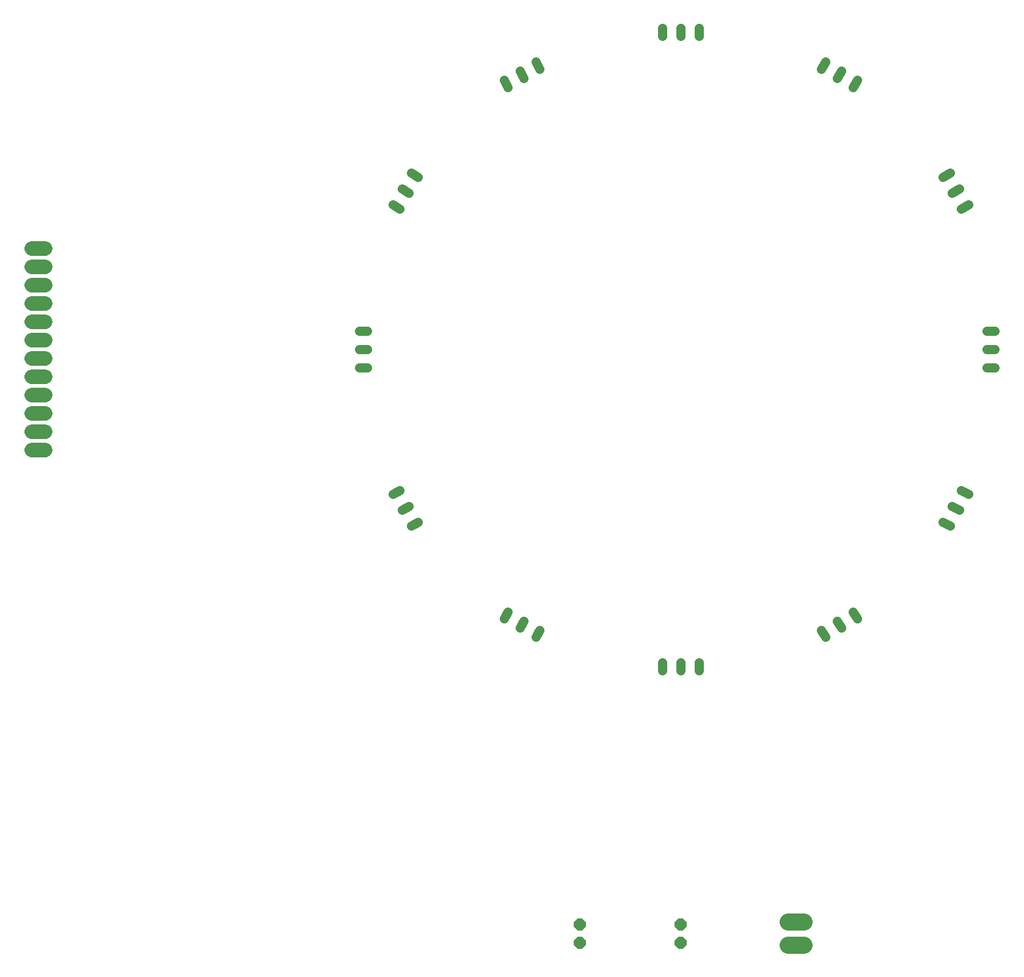
<source format=gts>
G04 EAGLE Gerber RS-274X export*
G75*
%MOMM*%
%FSLAX34Y34*%
%LPD*%
%INSoldermask Top*%
%IPPOS*%
%AMOC8*
5,1,8,0,0,1.08239X$1,22.5*%
G01*
%ADD10P,1.803519X8X292.500000*%
%ADD11C,2.032000*%
%ADD12C,1.311200*%
%ADD13C,2.387600*%


D10*
X0Y-797300D03*
X0Y-822700D03*
X-140000Y-797300D03*
X-140000Y-822700D03*
D11*
X-880856Y139700D02*
X-899144Y139700D01*
X-899144Y114300D02*
X-880856Y114300D01*
X-880856Y88900D02*
X-899144Y88900D01*
X-899144Y63500D02*
X-880856Y63500D01*
X-880856Y38100D02*
X-899144Y38100D01*
X-899144Y12700D02*
X-880856Y12700D01*
X-880856Y-12700D02*
X-899144Y-12700D01*
X-899144Y-38100D02*
X-880856Y-38100D01*
X-880856Y-63500D02*
X-899144Y-63500D01*
X-899144Y-88900D02*
X-880856Y-88900D01*
X-880856Y-114300D02*
X-899144Y-114300D01*
X-899144Y-139700D02*
X-880856Y-139700D01*
D12*
X363553Y239227D02*
X373149Y244767D01*
X385849Y222770D02*
X376253Y217230D01*
X388953Y195233D02*
X398549Y200773D01*
X195233Y388953D02*
X200773Y398549D01*
X222770Y385849D02*
X217230Y376253D01*
X239227Y363553D02*
X244767Y373149D01*
X-25400Y434460D02*
X-25400Y445540D01*
X0Y445540D02*
X0Y434460D01*
X25400Y434460D02*
X25400Y445540D01*
X-239227Y363553D02*
X-244767Y373149D01*
X-222770Y385849D02*
X-217230Y376253D01*
X-195233Y388953D02*
X-200773Y398549D01*
X-388953Y195233D02*
X-398549Y200773D01*
X-385849Y222770D02*
X-376253Y217230D01*
X-363553Y239227D02*
X-373149Y244767D01*
X-434460Y-25400D02*
X-445540Y-25400D01*
X-445540Y0D02*
X-434460Y0D01*
X-434460Y25400D02*
X-445540Y25400D01*
X-363553Y-239227D02*
X-373149Y-244767D01*
X-385849Y-222770D02*
X-376253Y-217230D01*
X-388953Y-195233D02*
X-398549Y-200773D01*
X-195233Y-388953D02*
X-200773Y-398549D01*
X-222770Y-385849D02*
X-217230Y-376253D01*
X-239227Y-363553D02*
X-244767Y-373149D01*
X25400Y-434460D02*
X25400Y-445540D01*
X0Y-445540D02*
X0Y-434460D01*
X-25400Y-434460D02*
X-25400Y-445540D01*
X239227Y-363553D02*
X244767Y-373149D01*
X222770Y-385849D02*
X217230Y-376253D01*
X195233Y-388953D02*
X200773Y-398549D01*
X388953Y-195233D02*
X398549Y-200773D01*
X385849Y-222770D02*
X376253Y-217230D01*
X363553Y-239227D02*
X373149Y-244767D01*
D13*
X170922Y-826000D02*
X149078Y-826000D01*
X149078Y-794000D02*
X170922Y-794000D01*
D12*
X424460Y25400D02*
X435540Y25400D01*
X435540Y0D02*
X424460Y0D01*
X424460Y-25400D02*
X435540Y-25400D01*
M02*

</source>
